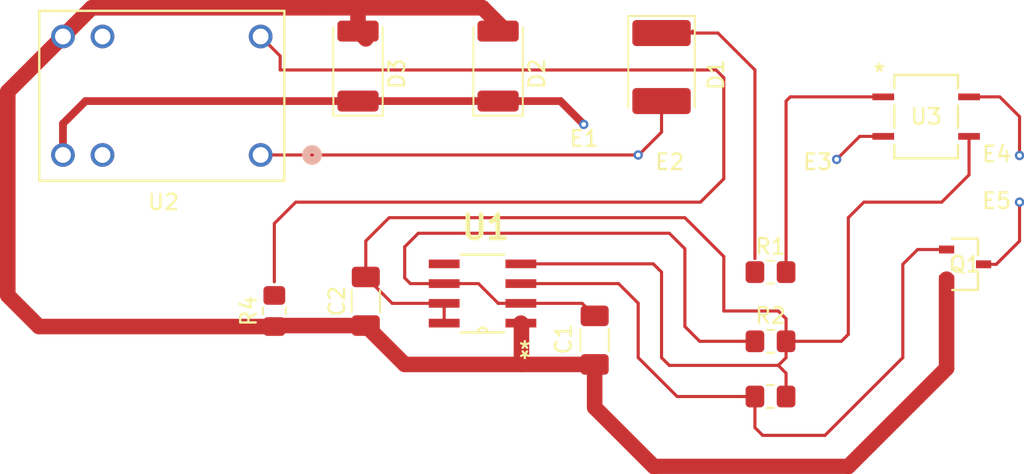
<source format=kicad_pcb>
(kicad_pcb (version 20240108) (generator "pcbnew") (generator_version "8.0")
  (layers (0 "F.Cu" signal) (31 "B.Cu" signal) (34 "B.Paste" user) (35 "F.Paste" user) (36 "B.SilkS" user "B.Silkscreen") (37 "F.SilkS" user "F.Silkscreen") (38 "B.Mask" user) (39 "F.Mask" user) (44 "Edge.Cuts" user))
  (net 0 "")
  (net 1 "Net-(U1-THRES)")
  (net 2 "GND")
  (net 3 "Net-(U1-DISCH)")
  (net 4 "TS+")
  (net 5 "MSD (HVD)")
  (net 6 "Net-(Q1-G)")
  (net 7 "RTM")
  (net 8 "Net-(U3-A)")
  (net 10 "GLV")
  (net 11 "TS-")
  (net 12 "Net-(R4-Pad2)")
  (net 15 "Net-(D1-K)")
  (footprint "Diode_SMD:D_2010_5025Metric" (layer "F.Cu") (at 122.5 56.75 90)
    (property "Reference" "D3" (at -0.5 2.5 90) (layer "F.SilkS"))
    (property "Value" "D")
    (fp_line (start 2.5 -1.585) (end -3.185 -1.585) (stroke (width 0.12)) (layer "F.SilkS"))
    (fp_line (start -3.185 -1.585) (end -3.185 1.585) (stroke (width 0.12)) (layer "F.SilkS"))
    (fp_line (start -3.185 1.585) (end 2.5 1.585) (stroke (width 0.12)) (layer "F.SilkS"))
    (pad "1" smd roundrect (at -2.25 0 90) (size 1.35 2.65) (layers "F.Cu" "F.Paste" "F.Mask") (roundrect_rratio 0.185185) (net 5 "MSD (HVD)"))
    (pad "2" smd roundrect (at 2.25 0 90) (size 1.35 2.65) (layers "F.Cu" "F.Paste" "F.Mask") (roundrect_rratio 0.185185) (net 2 "GND"))
  )
  (footprint "NE555DR:D8" (layer "F.Cu") (at 130.5 71.375 180)
    (property "Reference" "U1" (hide yes))
    (property "Value" "NE555DR" (hide yes))
    (fp_line (start 1.373653 -2.5019) (end -1.373653 -2.5019) (stroke (width 0.1524)) (layer "F.SilkS"))
    (fp_line (start -1.373653 2.5019) (end 1.373653 2.5019) (stroke (width 0.1524)) (layer "F.SilkS"))
    (fp_arc (start 0.3048 -2.5019) (mid 0 -2.1971) (end -0.3048 -2.5019) (stroke (width 0.1524)) (layer "F.SilkS"))
    (fp_text user "*" (at -2.7178 -3.6068 0) (layer "F.SilkS"))
    (fp_text user "*" (at -2.7178 -3.6068 180) (layer "F.SilkS"))
    (pad "1" smd rect (at -2.4638 -1.905 180) (size 1.9812 0.5588) (layers "F.Cu" "F.Paste" "F.Mask") (net 2 "GND"))
    (pad "2" smd rect (at -2.4638 -0.635 180) (size 1.9812 0.5588) (layers "F.Cu" "F.Paste" "F.Mask") (net 1 "Net-(U1-THRES)"))
    (pad "3" smd rect (at -2.4638 0.635 180) (size 1.9812 0.5588) (layers "F.Cu" "F.Paste" "F.Mask") (net 6 "Net-(Q1-G)"))
    (pad "4" smd rect (at -2.4638 1.905 180) (size 1.9812 0.5588) (layers "F.Cu" "F.Paste" "F.Mask") (net 3 "Net-(U1-DISCH)"))
    (pad "5" smd rect (at 2.4638 1.905 180) (size 1.9812 0.5588) (layers "F.Cu" "F.Paste" "F.Mask"))
    (pad "6" smd rect (at 2.4638 0.635 180) (size 1.9812 0.5588) (layers "F.Cu" "F.Paste" "F.Mask") (net 1 "Net-(U1-THRES)"))
    (pad "7" smd rect (at 2.4638 -0.635 180) (size 1.9812 0.5588) (layers "F.Cu" "F.Paste" "F.Mask") (net 3 "Net-(U1-DISCH)"))
    (pad "8" smd rect (at 2.4638 -1.905 180) (size 1.9812 0.5588) (layers "F.Cu" "F.Paste" "F.Mask") (net 3 "Net-(U1-DISCH)"))
  )
  (footprint "CPC1008NTR:CPC1008N_IXY" (layer "F.Cu") (at 159 60)
    (property "Reference" "U3" (at 0 0 0) (layer "F.SilkS"))
    (property "Value" "CPC1008NTR" (hide yes))
    (fp_line (start -2.0447 -2.6797) (end -2.0447 -1.818398) (stroke (width 0.1524)) (layer "F.SilkS"))
    (fp_line (start -2.0447 -0.721602) (end -2.0447 0.721602) (stroke (width 0.1524)) (layer "F.SilkS"))
    (fp_line (start -2.0447 1.818398) (end -2.0447 2.6797) (stroke (width 0.1524)) (layer "F.SilkS"))
    (fp_line (start -2.0447 2.6797) (end 2.0447 2.6797) (stroke (width 0.1524)) (layer "F.SilkS"))
    (fp_line (start 2.0447 -2.6797) (end -2.0447 -2.6797) (stroke (width 0.1524)) (layer "F.SilkS"))
    (fp_line (start 2.0447 -1.818398) (end 2.0447 -2.6797) (stroke (width 0.1524)) (layer "F.SilkS"))
    (fp_line (start 2.0447 0.721602) (end 2.0447 -0.721602) (stroke (width 0.1524)) (layer "F.SilkS"))
    (fp_line (start 2.0447 2.6797) (end 2.0447 1.818398) (stroke (width 0.1524)) (layer "F.SilkS"))
    (fp_text user "*" (at -3.0099 -2.8448 0) (layer "F.SilkS"))
    (fp_text user "*" (at -3.0099 -2.8448 0) (layer "F.SilkS"))
    (pad "1" smd rect (at -2.7559 -1.27) (size 1.397 0.4318) (layers "F.Cu" "F.Paste" "F.Mask") (net 8 "Net-(U3-A)"))
    (pad "2" smd rect (at -2.7559 1.27) (size 1.397 0.4318) (layers "F.Cu" "F.Paste" "F.Mask") (net 11 "TS-"))
    (pad "3" smd rect (at 2.7559 1.27) (size 1.397 0.4318) (layers "F.Cu" "F.Paste" "F.Mask") (net 3 "Net-(U1-DISCH)"))
    (pad "4" smd rect (at 2.7559 -1.27) (size 1.397 0.4318) (layers "F.Cu" "F.Paste" "F.Mask") (net 10 "GLV"))
  )
  (footprint "Capacitor_SMD:C_1206_3216Metric_Pad1.33x1.80mm_HandSolder" (layer "F.Cu") (at 137.7029 74.375 90)
    (property "Reference" "C1" (at 0.0625 -2 90) (layer "F.SilkS"))
    (property "Value" "1uF" (hide yes))
    (fp_line (start -0.711252 -0.91) (end 0.711252 -0.91) (stroke (width 0.12)) (layer "F.SilkS"))
    (fp_line (start -0.711252 0.91) (end 0.711252 0.91) (stroke (width 0.12)) (layer "F.SilkS"))
    (pad "1" smd roundrect (at -1.5625 0 90) (size 1.325 1.8) (layers "F.Cu" "F.Paste" "F.Mask") (roundrect_rratio 0.188679) (net 2 "GND"))
    (pad "2" smd roundrect (at 1.5625 0 90) (size 1.325 1.8) (layers "F.Cu" "F.Paste" "F.Mask") (roundrect_rratio 0.188679) (net 1 "Net-(U1-THRES)"))
  )
  (footprint "2N7002:2N7002K_ONS" (layer "F.Cu") (at 161.5 69.5)
    (property "Reference" "Q1" (at 0 0 0) (layer "F.SilkS"))
    (property "Value" "2N7002-TP" (hide yes))
    (fp_line (start -0.8255 -0.36576) (end -0.8255 0.36576) (stroke (width 0.1524)) (layer "F.SilkS"))
    (fp_line (start -0.8255 1.651) (end 0.8255 1.651) (stroke (width 0.1524)) (layer "F.SilkS"))
    (fp_line (start 0.8255 -1.651) (end -0.8255 -1.651) (stroke (width 0.1524)) (layer "F.SilkS"))
    (fp_line (start 0.8255 -0.58674) (end 0.8255 -1.651) (stroke (width 0.1524)) (layer "F.SilkS"))
    (fp_line (start 0.8255 1.651) (end 0.8255 0.58674) (stroke (width 0.1524)) (layer "F.SilkS"))
    (pad "1" smd rect (at -1.18745 -0.9525) (size 0.9779 0.508) (layers "F.Cu" "F.Paste" "F.Mask") (net 6 "Net-(Q1-G)"))
    (pad "2" smd rect (at -1.18745 0.9525) (size 0.9779 0.508) (layers "F.Cu" "F.Paste" "F.Mask") (net 2 "GND"))
    (pad "3" smd rect (at 1.18745 0) (size 0.9779 0.508) (layers "F.Cu" "F.Paste" "F.Mask") (net 7 "RTM"))
  )
  (footprint "Resistor_SMD:R_0805_2012Metric_Pad1.20x1.40mm_HandSolder" (layer "F.Cu") (at 149 74.45)
    (property "Reference" "R2" (at 0 -1.65 0) (layer "F.SilkS"))
    (property "Value" "200416.87" (hide yes))
    (fp_line (start -0.227064 -0.735) (end 0.227064 -0.735) (stroke (width 0.12)) (layer "F.SilkS"))
    (fp_line (start -0.227064 0.735) (end 0.227064 0.735) (stroke (width 0.12)) (layer "F.SilkS"))
    (pad "1" smd roundrect (at -1 0) (size 1.2 1.4) (layers "F.Cu" "F.Paste" "F.Mask") (roundrect_rratio 0.208333) (net 1 "Net-(U1-THRES)"))
    (pad "2" smd roundrect (at 1 0) (size 1.2 1.4) (layers "F.Cu" "F.Paste" "F.Mask") (roundrect_rratio 0.208333) (net 3 "Net-(U1-DISCH)"))
  )
  (footprint "J1020:RELAY6_J1021CS312VDC.20_CRS" (layer "F.Cu") (at 116.2451 62.4671 180)
    (property "Reference" "U2" (at 6.2451 -3.0329 0) (layer "F.SilkS"))
    (property "Value" "J1021CS312VDC.20" (hide yes))
    (fp_circle (center -3.302 0) (end -2.921 0) (stroke (width 0.508)) (fill none) (layer "B.SilkS"))
    (fp_line (start 14.224 9.271) (end 14.224 -1.651) (stroke (width 0.1524)) (layer "F.SilkS"))
    (fp_line (start 14.224 -1.651) (end -1.524 -1.651) (stroke (width 0.1524)) (layer "F.SilkS"))
    (fp_line (start -1.524 9.271) (end 14.224 9.271) (stroke (width 0.1524)) (layer "F.SilkS"))
    (fp_line (start -1.524 -1.651) (end -1.524 9.271) (stroke (width 0.1524)) (layer "F.SilkS"))
    (fp_circle (center -3.302 0) (end -2.921 0) (stroke (width 0.508)) (fill none) (layer "F.SilkS"))
    (pad "1" thru_hole circle (at 0 0 180) (size 1.524 1.524) (drill 1.016) (layers "*.Cu" "*.Mask") (net 4 "TS+"))
    (pad "5" thru_hole circle (at 10.16 0 180) (size 1.524 1.524) (drill 1.016) (layers "*.Cu" "*.Mask"))
    (pad "6" thru_hole circle (at 12.7 0 180) (size 1.524 1.524) (drill 1.016) (layers "*.Cu" "*.Mask") (net 5 "MSD (HVD)"))
    (pad "7" thru_hole circle (at 0 7.62 180) (size 1.524 1.524) (drill 1.016) (layers "*.Cu" "*.Mask") (net 12 "Net-(R4-Pad2)"))
    (pad "11" thru_hole circle (at 10.16 7.62 180) (size 1.524 1.524) (drill 1.016) (layers "*.Cu" "*.Mask"))
    (pad "12" thru_hole circle (at 12.7 7.62 180) (size 1.524 1.524) (drill 1.016) (layers "*.Cu" "*.Mask") (net 2 "GND"))
  )
  (footprint "Resistor_SMD:R_0805_2012Metric_Pad1.20x1.40mm_HandSolder" (layer "F.Cu") (at 149 70)
    (property "Reference" "R1" (at 0 -1.65 0) (layer "F.SilkS"))
    (property "Value" "1436.44" (hide yes))
    (fp_line (start -0.227064 -0.735) (end 0.227064 -0.735) (stroke (width 0.12)) (layer "F.SilkS"))
    (fp_line (start -0.227064 0.735) (end 0.227064 0.735) (stroke (width 0.12)) (layer "F.SilkS"))
    (pad "1" smd roundrect (at -1 0) (size 1.2 1.4) (layers "F.Cu" "F.Paste" "F.Mask") (roundrect_rratio 0.208333) (net 15 "Net-(D1-K)"))
    (pad "2" smd roundrect (at 1 0) (size 1.2 1.4) (layers "F.Cu" "F.Paste" "F.Mask") (roundrect_rratio 0.208333) (net 8 "Net-(U3-A)"))
  )
  (footprint "Capacitor_SMD:C_1206_3216Metric_Pad1.33x1.80mm_HandSolder" (layer "F.Cu") (at 123 71.875 90)
    (property "Reference" "C2" (at 0 -1.85 90) (layer "F.SilkS"))
    (property "Value" "0.01uF")
    (fp_line (start -0.711252 -0.91) (end 0.711252 -0.91) (stroke (width 0.12)) (layer "F.SilkS"))
    (fp_line (start -0.711252 0.91) (end 0.711252 0.91) (stroke (width 0.12)) (layer "F.SilkS"))
    (pad "1" smd roundrect (at -1.5625 0 90) (size 1.325 1.8) (layers "F.Cu" "F.Paste" "F.Mask") (roundrect_rratio 0.188679) (net 2 "GND"))
    (pad "2" smd roundrect (at 1.5625 0 90) (size 1.325 1.8) (layers "F.Cu" "F.Paste" "F.Mask") (roundrect_rratio 0.188679) (net 3 "Net-(U1-DISCH)"))
  )
  (footprint "Resistor_SMD:R_0805_2012Metric_Pad1.20x1.40mm_HandSolder" (layer "F.Cu") (at 149 78)
    (property "Reference" "R3" (hide yes))
    (property "Value" "R" (hide yes))
    (fp_line (start -0.227064 -0.735) (end 0.227064 -0.735) (stroke (width 0.12)) (layer "F.SilkS"))
    (fp_line (start -0.227064 0.735) (end 0.227064 0.735) (stroke (width 0.12)) (layer "F.SilkS"))
    (pad "1" smd roundrect (at -1 0) (size 1.2 1.4) (layers "F.Cu" "F.Paste" "F.Mask") (roundrect_rratio 0.208333) (net 6 "Net-(Q1-G)"))
    (pad "2" smd roundrect (at 1 0) (size 1.2 1.4) (layers "F.Cu" "F.Paste" "F.Mask") (roundrect_rratio 0.208333) (net 3 "Net-(U1-DISCH)"))
  )
  (footprint "Diode_SMD:D_2114_3652Metric" (layer "F.Cu") (at 142 56.8125 -90)
    (property "Reference" "D1" (at 0.5 -3.5 90) (layer "F.SilkS"))
    (property "Value" "60V")
    (fp_line (start -3.285 2.135) (end 2.6 2.135) (stroke (width 0.12)) (layer "F.SilkS"))
    (fp_line (start -3.285 -2.135) (end -3.285 2.135) (stroke (width 0.12)) (layer "F.SilkS"))
    (fp_line (start 2.6 -2.135) (end -3.285 -2.135) (stroke (width 0.12)) (layer "F.SilkS"))
    (pad "1" smd roundrect (at -2.1875 0 270) (size 1.675 3.75) (layers "F.Cu" "F.Paste" "F.Mask") (roundrect_rratio 0.149254) (net 15 "Net-(D1-K)"))
    (pad "2" smd roundrect (at 2.1875 0 270) (size 1.675 3.75) (layers "F.Cu" "F.Paste" "F.Mask") (roundrect_rratio 0.149254) (net 4 "TS+"))
  )
  (footprint "Resistor_SMD:R_0805_2012Metric_Pad1.20x1.40mm_HandSolder" (layer "F.Cu") (at 117.125 72.5 90)
    (property "Reference" "R4" (at 0 -1.65 90) (layer "F.SilkS"))
    (property "Value" "829.43" (hide yes))
    (fp_line (start -0.227064 -0.735) (end 0.227064 -0.735) (stroke (width 0.12)) (layer "F.SilkS"))
    (fp_line (start -0.227064 0.735) (end 0.227064 0.735) (stroke (width 0.12)) (layer "F.SilkS"))
    (pad "1" smd roundrect (at -1 0 90) (size 1.2 1.4) (layers "F.Cu" "F.Paste" "F.Mask") (roundrect_rratio 0.208333) (net 2 "GND"))
    (pad "2" smd roundrect (at 1 0 90) (size 1.2 1.4) (layers "F.Cu" "F.Paste" "F.Mask") (roundrect_rratio 0.208333) (net 12 "Net-(R4-Pad2)"))
  )
  (footprint "Diode_SMD:D_2010_5025Metric" (layer "F.Cu") (at 131.5 56.75 90)
    (property "Reference" "D2" (at -0.5 2.5 90) (layer "F.SilkS"))
    (property "Value" "D")
    (fp_line (start 2.5 -1.585) (end -3.185 -1.585) (stroke (width 0.12)) (layer "F.SilkS"))
    (fp_line (start -3.185 -1.585) (end -3.185 1.585) (stroke (width 0.12)) (layer "F.SilkS"))
    (fp_line (start -3.185 1.585) (end 2.5 1.585) (stroke (width 0.12)) (layer "F.SilkS"))
    (pad "1" smd roundrect (at -2.25 0 90) (size 1.35 2.65) (layers "F.Cu" "F.Paste" "F.Mask") (roundrect_rratio 0.185185) (net 5 "MSD (HVD)"))
    (pad "2" smd roundrect (at 2.25 0 90) (size 1.35 2.65) (layers "F.Cu" "F.Paste" "F.Mask") (roundrect_rratio 0.185185) (net 2 "GND"))
  )
  (gr_text "E4" (at 162.5 63 0) (layer "F.SilkS") (effects (font (size 1 1)) (justify left bottom)))
  (gr_text "U1" (at 129 68 0) (layer "F.SilkS") (effects (font (size 1.5 1.5) (thickness 0.3) (bold yes)) (justify left bottom)))
  (gr_text "E2" (at 141.5 63.5 0) (layer "F.SilkS") (effects (font (size 1 1)) (justify left bottom)))
  (gr_text "E5" (at 162.5 66 0) (layer "F.SilkS") (effects (font (size 1 1)) (justify left bottom)))
  (gr_text "E1" (at 136 62 0) (layer "F.SilkS") (effects (font (size 1 1)) (justify left bottom)))
  (gr_text "E3\n" (at 151 63.5 0) (layer "F.SilkS") (effects (font (size 1 1)) (justify left bottom)))
  (segment (start 130.24 70.74) (end 128.0362 70.74) (width 0.2) (layer "F.Cu") (net 1))
  (segment (start 144.45 74.45) (end 143.5 73.5) (width 0.2) (layer "F.Cu") (net 1))
  (segment (start 132.9638 72.01) (end 131.51 72.01) (width 0.2) (layer "F.Cu") (net 1))
  (segment (start 125.5 70.375) (end 125.865 70.74) (width 0.2) (layer "F.Cu") (net 1))
  (segment (start 126.375 67.5) (end 125.5 68.375) (width 0.2) (layer "F.Cu") (net 1))
  (segment (start 131.51 72.01) (end 130.24 70.74) (width 0.2) (layer "F.Cu") (net 1))
  (segment (start 137.7029 72.8125) (end 136.9004 72.01) (width 0.2) (layer "F.Cu") (net 1))
  (segment (start 143.5 73.5) (end 143.5 68.5) (width 0.2) (layer "F.Cu") (net 1))
  (segment (start 125.5 68.375) (end 125.5 70.375) (width 0.2) (layer "F.Cu") (net 1))
  (segment (start 143.5 68.5) (end 142.5 67.5) (width 0.2) (layer "F.Cu") (net 1))
  (segment (start 147.9875 74.4375) (end 148 74.45) (width 0.2) (layer "F.Cu") (net 1))
  (segment (start 136.9004 72.01) (end 132.9638 72.01) (width 0.2) (layer "F.Cu") (net 1))
  (segment (start 148 74.45) (end 144.45 74.45) (width 0.2) (layer "F.Cu") (net 1))
  (segment (start 125.865 70.74) (end 128.0362 70.74) (width 0.2) (layer "F.Cu") (net 1))
  (segment (start 142.5 67.5) (end 126.375 67.5) (width 0.2) (layer "F.Cu") (net 1))
  (segment (start 120.5 53) (end 122.5 53) (width 1) (layer "F.Cu") (net 2))
  (segment (start 123 73.4375) (end 117.1875 73.4375) (width 1) (layer "F.Cu") (net 2))
  (segment (start 133 73.3162) (end 132.9638 73.28) (width 1) (layer "F.Cu") (net 2))
  (segment (start 130.5 53) (end 132 54.5) (width 1) (layer "F.Cu") (net 2))
  (segment (start 100 58.3922) (end 100 71.5) (width 1) (layer "F.Cu") (net 2))
  (segment (start 117.1875 73.4375) (end 117.125 73.5) (width 1) (layer "F.Cu") (net 2))
  (segment (start 160.31255 76.18745) (end 160.31255 70.4525) (width 1) (layer "F.Cu") (net 2))
  (segment (start 105.3922 53) (end 120.5 53) (width 1) (layer "F.Cu") (net 2))
  (segment (start 103.5451 54.8471) (end 105.3922 53) (width 1) (layer "F.Cu") (net 2))
  (segment (start 103.5451 54.8471) (end 100 58.3922) (width 1) (layer "F.Cu") (net 2))
  (segment (start 102 73.5) (end 117.125 73.5) (width 1) (layer "F.Cu") (net 2))
  (segment (start 133 75.9375) (end 133 73.3162) (width 1) (layer "F.Cu") (net 2))
  (segment (start 154 82.5) (end 160.31255 76.18745) (width 1) (layer "F.Cu") (net 2))
  (segment (start 122.5 53) (end 122.5 54.5) (width 1) (layer "F.Cu") (net 2))
  (segment (start 100 71.5) (end 102 73.5) (width 1) (layer "F.Cu") (net 2))
  (segment (start 122.5 53) (end 130.5 53) (width 1) (layer "F.Cu") (net 2))
  (segment (start 123 73.4375) (end 125.5 75.9375) (width 1) (layer "F.Cu") (net 2))
  (segment (start 122.5 54.5) (end 123 55) (width 1) (layer "F.Cu") (net 2))
  (segment (start 137.7029 75.9375) (end 137.7029 78.7029) (width 1) (layer "F.Cu") (net 2))
  (segment (start 137.7029 78.7029) (end 141.5 82.5) (width 1) (layer "F.Cu") (net 2))
  (segment (start 141.5 82.5) (end 154 82.5) (width 1) (layer "F.Cu") (net 2))
  (segment (start 125.5 75.9375) (end 133 75.9375) (width 1) (layer "F.Cu") (net 2))
  (segment (start 133 75.9375) (end 137.7029 75.9375) (width 1) (layer "F.Cu") (net 2))
  (segment (start 153.55 74.45) (end 154 74) (width 0.2) (layer "F.Cu") (net 3))
  (segment (start 150 77) (end 150 78) (width 0.2) (layer "F.Cu") (net 3))
  (segment (start 149.5 76) (end 150 75.5) (width 0.2) (layer "F.Cu") (net 3))
  (segment (start 150 76.5) (end 150 77) (width 0.2) (layer "F.Cu") (net 3))
  (segment (start 154 66.5) (end 155 65.5) (width 0.2) (layer "F.Cu") (net 3))
  (segment (start 149.5 72.5) (end 150 73) (width 0.2) (layer "F.Cu") (net 3))
  (segment (start 146 72.5) (end 149.5 72.5) (width 0.2) (layer "F.Cu") (net 3))
  (segment (start 123 70.3125) (end 123 68) (width 0.2) (layer "F.Cu") (net 3))
  (segment (start 123 68) (end 124.5 66.5) (width 0.2) (layer "F.Cu") (net 3))
  (segment (start 142.5 76) (end 149.5 76) (width 0.2) (layer "F.Cu") (net 3))
  (segment (start 155 65.5) (end 160 65.5) (width 0.2) (layer "F.Cu") (net 3))
  (segment (start 128.0362 72.01) (end 124.6975 72.01) (width 0.2) (layer "F.Cu") (net 3))
  (segment (start 150 73) (end 150 74.45) (width 0.2) (layer "F.Cu") (net 3))
  (segment (start 124.6975 72.01) (end 123 70.3125) (width 0.2) (layer "F.Cu") (net 3))
  (segment (start 124.5 66.5) (end 143.5 66.5) (width 0.2) (layer "F.Cu") (net 3))
  (segment (start 150 74.45) (end 150 75.5) (width 0.2) (layer "F.Cu") (net 3))
  (segment (start 160 65.5) (end 161.7559 63.7441) (width 0.2) (layer "F.Cu") (net 3))
  (segment (start 132.9638 69.47) (end 132.2526 69.47) (width 0.2) (layer "F.Cu") (net 3))
  (segment (start 149.5 76) (end 150 76.5) (width 0.2) (layer "F.Cu") (net 3))
  (segment (start 141.47 69.47) (end 132.9638 69.47) (width 0.2) (layer "F.Cu") (net 3))
  (segment (start 128.0362 73.28) (end 128.0362 72.01) (width 0.2) (layer "F.Cu") (net 3))
  (segment (start 154 74) (end 154 66.5) (width 0.2) (layer "F.Cu") (net 3))
  (segment (start 161.7559 63.7441) (end 161.7559 61.27) (width 0.2) (layer "F.Cu") (net 3))
  (segment (start 146 69) (end 146 72.5) (width 0.2) (layer "F.Cu") (net 3))
  (segment (start 150 74.45) (end 153.55 74.45) (width 0.2) (layer "F.Cu") (net 3))
  (segment (start 143.5 66.5) (end 146 69) (width 0.2) (layer "F.Cu") (net 3))
  (segment (start 142.5 76) (end 142 75.5) (width 0.2) (layer "F.Cu") (net 3))
  (segment (start 142 75.5) (end 142 70) (width 0.2) (layer "F.Cu") (net 3))
  (segment (start 142 70) (end 141.47 69.47) (width 0.2) (layer "F.Cu") (net 3))
  (segment (start 142 61) (end 142 59) (width 0.2) (layer "F.Cu") (net 4))
  (segment (start 140.5329 62.4671) (end 142 61) (width 0.2) (layer "F.Cu") (net 4))
  (segment (start 140.5 62.4671) (end 140.5329 62.4671) (width 0.2) (layer "F.Cu") (net 4))
  (segment (start 116.2451 62.4671) (end 140.5 62.4671) (width 0.2) (layer "F.Cu") (net 4))
  (via (at 140.5 62.4671) (size 0.6) (drill 0.3) (layers "F.Cu" "B.Cu") (net 4))
  (segment (start 122.5 59) (end 105 59) (width 0.5) (layer "F.Cu") (net 5))
  (segment (start 105 59) (end 103.5451 60.4549) (width 0.5) (layer "F.Cu") (net 5))
  (segment (start 103.5451 60.4549) (end 103.5451 62.4671) (width 0.5) (layer "F.Cu") (net 5))
  (segment (start 135.5 59) (end 137 60.5) (width 0.5) (layer "F.Cu") (net 5))
  (segment (start 131.5 59) (end 135.5 59) (width 0.5) (layer "F.Cu") (net 5))
  (segment (start 122.5 59) (end 131.5 59) (width 0.5) (layer "F.Cu") (net 5))
  (via (at 137 60.5) (size 0.6) (drill 0.3) (layers "F.Cu" "B.Cu") (net 5))
  (segment (start 157.5 75.5) (end 157.5 69.5) (width 0.2) (layer "F.Cu") (net 6))
  (segment (start 148.5 80.5) (end 152.5 80.5) (width 0.2) (layer "F.Cu") (net 6))
  (segment (start 139.24 70.74) (end 132.9638 70.74) (width 0.2) (layer "F.Cu") (net 6))
  (segment (start 148 78) (end 148 80) (width 0.2) (layer "F.Cu") (net 6))
  (segment (start 140.5 75.5) (end 140.5 72) (width 0.2) (layer "F.Cu") (net 6))
  (segment (start 152.5 80.5) (end 157.5 75.5) (width 0.2) (layer "F.Cu") (net 6))
  (segment (start 148 80) (end 148.5 80.5) (width 0.2) (layer "F.Cu") (net 6))
  (segment (start 148 78) (end 143 78) (width 0.2) (layer "F.Cu") (net 6))
  (segment (start 158.4525 68.5475) (end 160.31255 68.5475) (width 0.2) (layer "F.Cu") (net 6))
  (segment (start 157.5 69.5) (end 158.4525 68.5475) (width 0.2) (layer "F.Cu") (net 6))
  (segment (start 143 78) (end 140.5 75.5) (width 0.2) (layer "F.Cu") (net 6))
  (segment (start 140.5 72) (end 139.24 70.74) (width 0.2) (layer "F.Cu") (net 6))
  (segment (start 163.5 69.5) (end 165 68) (width 0.2) (layer "F.Cu") (net 7))
  (segment (start 162.68745 69.5) (end 163.5 69.5) (width 0.2) (layer "F.Cu") (net 7))
  (segment (start 165 68) (end 165 65.5) (width 0.2) (layer "F.Cu") (net 7))
  (via (at 165 65.5) (size 0.6) (drill 0.3) (layers "F.Cu" "B.Cu") (net 7))
  (segment (start 150.23 70.23) (end 150 70) (width 0.2) (layer "F.Cu") (net 8))
  (segment (start 150.27 58.73) (end 150 59) (width 0.2) (layer "F.Cu") (net 8))
  (segment (start 150 59) (end 150 70) (width 0.2) (layer "F.Cu") (net 8))
  (segment (start 156.2441 58.73) (end 150.27 58.73) (width 0.2) (layer "F.Cu") (net 8))
  (segment (start 165 60) (end 165 62.5) (width 0.2) (layer "F.Cu") (net 10))
  (segment (start 161.7559 58.73) (end 163.73 58.73) (width 0.2) (layer "F.Cu") (net 10))
  (segment (start 163.73 58.73) (end 165 60) (width 0.2) (layer "F.Cu") (net 10))
  (via (at 165 62.5) (size 0.6) (drill 0.3) (layers "F.Cu" "B.Cu") (net 10))
  (segment (start 154.73 61.27) (end 153.25 62.75) (width 0.2) (layer "F.Cu") (net 11))
  (segment (start 156.2441 61.27) (end 154.73 61.27) (width 0.2) (layer "F.Cu") (net 11))
  (via (at 153.25 62.75) (size 0.6) (drill 0.3) (layers "F.Cu" "B.Cu") (net 11))
  (segment (start 145.5 57) (end 146 57.5) (width 0.2) (layer "F.Cu") (net 12))
  (segment (start 118.5 65.5) (end 117.125 66.875) (width 0.2) (layer "F.Cu") (net 12))
  (segment (start 117.5 57) (end 145.5 57) (width 0.2) (layer "F.Cu") (net 12))
  (segment (start 117.125 66.875) (end 117.125 70.625) (width 0.2) (layer "F.Cu") (net 12))
  (segment (start 116.2451 54.8471) (end 117.5 56.102) (width 0.2) (layer "F.Cu") (net 12))
  (segment (start 146 57.5) (end 146 64) (width 0.2) (layer "F.Cu") (net 12))
  (segment (start 146 64) (end 144.5 65.5) (width 0.2) (layer "F.Cu") (net 12))
  (segment (start 117.5 56.102) (end 117.5 57) (width 0.2) (layer "F.Cu") (net 12))
  (segment (start 144.5 65.5) (end 118.5 65.5) (width 0.2) (layer "F.Cu") (net 12))
  (segment (start 143.875 54.625) (end 144 54.5) (width 0.2) (layer "F.Cu") (net 15))
  (segment (start 148 57) (end 145.625 54.625) (width 0.2) (layer "F.Cu") (net 15))
  (segment (start 148 69.125) (end 148 57) (width 0.2) (layer "F.Cu") (net 15))
  (segment (start 145.625 54.625) (end 142 54.625) (width 0.2) (layer "F.Cu") (net 15))
  (segment (start 142 54.625) (end 143.875 54.625) (width 0.2) (layer "F.Cu") (net 15))
)
</source>
